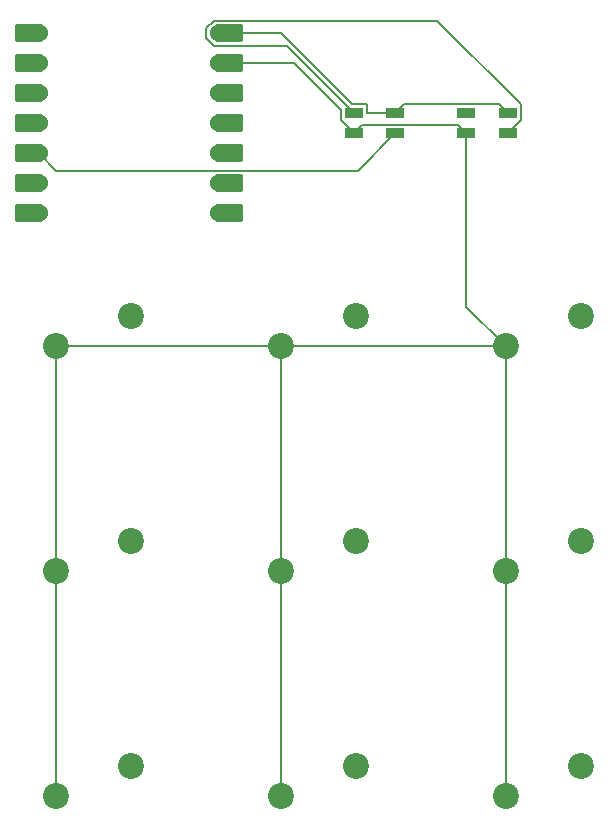
<source format=gbr>
%TF.GenerationSoftware,KiCad,Pcbnew,8.0.1+b2*%
%TF.CreationDate,2025-07-27T15:44:50+02:00*%
%TF.ProjectId,Hackpad,4861636b-7061-4642-9e6b-696361645f70,rev?*%
%TF.SameCoordinates,Original*%
%TF.FileFunction,Copper,L1,Top*%
%TF.FilePolarity,Positive*%
%FSLAX46Y46*%
G04 Gerber Fmt 4.6, Leading zero omitted, Abs format (unit mm)*
G04 Created by KiCad (PCBNEW 8.0.1+b2) date 2025-07-27 15:44:50*
%MOMM*%
%LPD*%
G01*
G04 APERTURE LIST*
G04 Aperture macros list*
%AMRoundRect*
0 Rectangle with rounded corners*
0 $1 Rounding radius*
0 $2 $3 $4 $5 $6 $7 $8 $9 X,Y pos of 4 corners*
0 Add a 4 corners polygon primitive as box body*
4,1,4,$2,$3,$4,$5,$6,$7,$8,$9,$2,$3,0*
0 Add four circle primitives for the rounded corners*
1,1,$1+$1,$2,$3*
1,1,$1+$1,$4,$5*
1,1,$1+$1,$6,$7*
1,1,$1+$1,$8,$9*
0 Add four rect primitives between the rounded corners*
20,1,$1+$1,$2,$3,$4,$5,0*
20,1,$1+$1,$4,$5,$6,$7,0*
20,1,$1+$1,$6,$7,$8,$9,0*
20,1,$1+$1,$8,$9,$2,$3,0*%
G04 Aperture macros list end*
%TA.AperFunction,ComponentPad*%
%ADD10C,2.200000*%
%TD*%
%TA.AperFunction,SMDPad,CuDef*%
%ADD11R,1.600000X0.850000*%
%TD*%
%TA.AperFunction,SMDPad,CuDef*%
%ADD12RoundRect,0.152400X1.063600X0.609600X-1.063600X0.609600X-1.063600X-0.609600X1.063600X-0.609600X0*%
%TD*%
%TA.AperFunction,ComponentPad*%
%ADD13C,1.524000*%
%TD*%
%TA.AperFunction,SMDPad,CuDef*%
%ADD14RoundRect,0.152400X-1.063600X-0.609600X1.063600X-0.609600X1.063600X0.609600X-1.063600X0.609600X0*%
%TD*%
%TA.AperFunction,Conductor*%
%ADD15C,0.200000*%
%TD*%
G04 APERTURE END LIST*
D10*
%TO.P,SW3,1,1*%
%TO.N,Net-(U1-GPIO4{slash}MISO)*%
X81121250Y-106838750D03*
%TO.P,SW3,2,2*%
%TO.N,GND*%
X74771250Y-109378750D03*
%TD*%
%TO.P,SW1,1,1*%
%TO.N,Net-(U1-GPIO1{slash}RX)*%
X100171250Y-68738750D03*
%TO.P,SW1,2,2*%
%TO.N,GND*%
X93821250Y-71278750D03*
%TD*%
%TO.P,SW10,1,1*%
%TO.N,Net-(U1-GPIO27{slash}ADC1{slash}A1)*%
X81121250Y-68738750D03*
%TO.P,SW10,2,2*%
%TO.N,GND*%
X74771250Y-71278750D03*
%TD*%
D11*
%TO.P,D1,1,DOUT*%
%TO.N,Net-(D1-DOUT)*%
X80962500Y-51512500D03*
%TO.P,D1,2,VSS*%
%TO.N,GND*%
X80962500Y-53262500D03*
%TO.P,D1,3,DIN*%
%TO.N,Net-(D1-DIN)*%
X84462500Y-53262500D03*
%TO.P,D1,4,VDD*%
%TO.N,+5V*%
X84462500Y-51512500D03*
%TD*%
D10*
%TO.P,SW4,1,1*%
%TO.N,Net-(U1-GPIO3{slash}MOSI)*%
X100171250Y-106838750D03*
%TO.P,SW4,2,2*%
%TO.N,GND*%
X93821250Y-109378750D03*
%TD*%
D11*
%TO.P,D2,1,DOUT*%
%TO.N,unconnected-(D2-DOUT-Pad1)*%
X90487500Y-51512500D03*
%TO.P,D2,2,VSS*%
%TO.N,GND*%
X90487500Y-53262500D03*
%TO.P,D2,3,DIN*%
%TO.N,Net-(D1-DOUT)*%
X93987500Y-53262500D03*
%TO.P,D2,4,VDD*%
%TO.N,+5V*%
X93987500Y-51512500D03*
%TD*%
D10*
%TO.P,SW7,1,1*%
%TO.N,Net-(U1-GPIO29{slash}ADC3{slash}A3)*%
X62071250Y-106838750D03*
%TO.P,SW7,2,2*%
%TO.N,GND*%
X55721250Y-109378750D03*
%TD*%
%TO.P,SW8,1,1*%
%TO.N,Net-(U1-GPIO7{slash}SCL)*%
X62071250Y-87788750D03*
%TO.P,SW8,2,2*%
%TO.N,GND*%
X55721250Y-90328750D03*
%TD*%
%TO.P,SW2,1,1*%
%TO.N,Net-(U1-GPIO2{slash}SCK)*%
X100171250Y-87788750D03*
%TO.P,SW2,2,2*%
%TO.N,GND*%
X93821250Y-90328750D03*
%TD*%
D12*
%TO.P,U1,1,GPIO26/ADC0/A0*%
%TO.N,unconnected-(U1-GPIO26{slash}ADC0{slash}A0-Pad1)*%
X53457500Y-44767500D03*
D13*
X54292500Y-44767500D03*
D12*
%TO.P,U1,2,GPIO27/ADC1/A1*%
%TO.N,Net-(U1-GPIO27{slash}ADC1{slash}A1)*%
X53457500Y-47307500D03*
D13*
X54292500Y-47307500D03*
D12*
%TO.P,U1,3,GPIO28/ADC2/A2*%
%TO.N,Net-(U1-GPIO28{slash}ADC2{slash}A2)*%
X53457500Y-49847500D03*
D13*
X54292500Y-49847500D03*
D12*
%TO.P,U1,4,GPIO29/ADC3/A3*%
%TO.N,Net-(U1-GPIO29{slash}ADC3{slash}A3)*%
X53457500Y-52387500D03*
D13*
X54292500Y-52387500D03*
D12*
%TO.P,U1,5,GPIO6/SDA*%
%TO.N,Net-(D1-DIN)*%
X53457500Y-54927500D03*
D13*
X54292500Y-54927500D03*
D12*
%TO.P,U1,6,GPIO7/SCL*%
%TO.N,Net-(U1-GPIO7{slash}SCL)*%
X53457500Y-57467500D03*
D13*
X54292500Y-57467500D03*
D12*
%TO.P,U1,7,GPIO0/TX*%
%TO.N,Net-(U1-GPIO0{slash}TX)*%
X53457500Y-60007500D03*
D13*
X54292500Y-60007500D03*
%TO.P,U1,8,GPIO1/RX*%
%TO.N,Net-(U1-GPIO1{slash}RX)*%
X69532500Y-60007500D03*
D14*
X70367500Y-60007500D03*
D13*
%TO.P,U1,9,GPIO2/SCK*%
%TO.N,Net-(U1-GPIO2{slash}SCK)*%
X69532500Y-57467500D03*
D14*
X70367500Y-57467500D03*
D13*
%TO.P,U1,10,GPIO4/MISO*%
%TO.N,Net-(U1-GPIO4{slash}MISO)*%
X69532500Y-54927500D03*
D14*
X70367500Y-54927500D03*
D13*
%TO.P,U1,11,GPIO3/MOSI*%
%TO.N,Net-(U1-GPIO3{slash}MOSI)*%
X69532500Y-52387500D03*
D14*
X70367500Y-52387500D03*
D13*
%TO.P,U1,12,3V3*%
%TO.N,unconnected-(U1-3V3-Pad12)*%
X69532500Y-49847500D03*
D14*
X70367500Y-49847500D03*
D13*
%TO.P,U1,13,GND*%
%TO.N,GND*%
X69532500Y-47307500D03*
D14*
X70367500Y-47307500D03*
D13*
%TO.P,U1,14,VBUS*%
%TO.N,+5V*%
X69532500Y-44767500D03*
D14*
X70367500Y-44767500D03*
%TD*%
D10*
%TO.P,SW9,1,1*%
%TO.N,Net-(U1-GPIO0{slash}TX)*%
X62071250Y-68738750D03*
%TO.P,SW9,2,2*%
%TO.N,GND*%
X55721250Y-71278750D03*
%TD*%
%TO.P,SW6,1,1*%
%TO.N,Net-(U1-GPIO28{slash}ADC2{slash}A2)*%
X81121250Y-87788750D03*
%TO.P,SW6,2,2*%
%TO.N,GND*%
X74771250Y-90328750D03*
%TD*%
D15*
%TO.N,Net-(D1-DOUT)*%
X69092605Y-43705500D02*
X68470500Y-44327605D01*
X75279500Y-45829500D02*
X80962500Y-51512500D01*
X95087500Y-52162500D02*
X95087500Y-50787500D01*
X68470500Y-45207395D02*
X69092605Y-45829500D01*
X68470500Y-44327605D02*
X68470500Y-45207395D01*
X88005500Y-43705500D02*
X69092605Y-43705500D01*
X93987500Y-53262500D02*
X95087500Y-52162500D01*
X69092605Y-45829500D02*
X75279500Y-45829500D01*
X95087500Y-50787500D02*
X88005500Y-43705500D01*
%TO.N,+5V*%
X69532500Y-44767500D02*
X70194500Y-44105500D01*
X74783186Y-44767500D02*
X69532500Y-44767500D01*
X80803186Y-50787500D02*
X74783186Y-44767500D01*
X85187500Y-50787500D02*
X84462500Y-51512500D01*
X93262500Y-50787500D02*
X85187500Y-50787500D01*
X84462500Y-51512500D02*
X82062500Y-51512500D01*
X82062500Y-50787500D02*
X80803186Y-50787500D01*
X93987500Y-51512500D02*
X93262500Y-50787500D01*
X82062500Y-51512500D02*
X82062500Y-50787500D01*
%TO.N,Net-(D1-DIN)*%
X81319500Y-56405500D02*
X55770500Y-56405500D01*
X54610000Y-54927500D02*
X54292500Y-54927500D01*
X84462500Y-53262500D02*
X81319500Y-56405500D01*
X55770500Y-56405500D02*
X54292500Y-54927500D01*
%TO.N,GND*%
X81687500Y-52537500D02*
X89762500Y-52537500D01*
X74771250Y-109378750D02*
X74771250Y-71278750D01*
X80962500Y-53262500D02*
X79862500Y-52162500D01*
X89762500Y-52537500D02*
X90487500Y-53262500D01*
X93821250Y-109378750D02*
X93821250Y-71278750D01*
X80962500Y-53262500D02*
X81687500Y-52537500D01*
X79862500Y-51287500D02*
X75882500Y-47307500D01*
X90487500Y-67945000D02*
X93821250Y-71278750D01*
X79862500Y-52162500D02*
X79862500Y-51287500D01*
X55721250Y-90328750D02*
X55721250Y-71278750D01*
X93821250Y-71278750D02*
X55721250Y-71278750D01*
X75882500Y-47307500D02*
X69532500Y-47307500D01*
X90487500Y-53262500D02*
X90487500Y-67945000D01*
X55721250Y-109378750D02*
X55721250Y-90328750D01*
%TD*%
M02*

</source>
